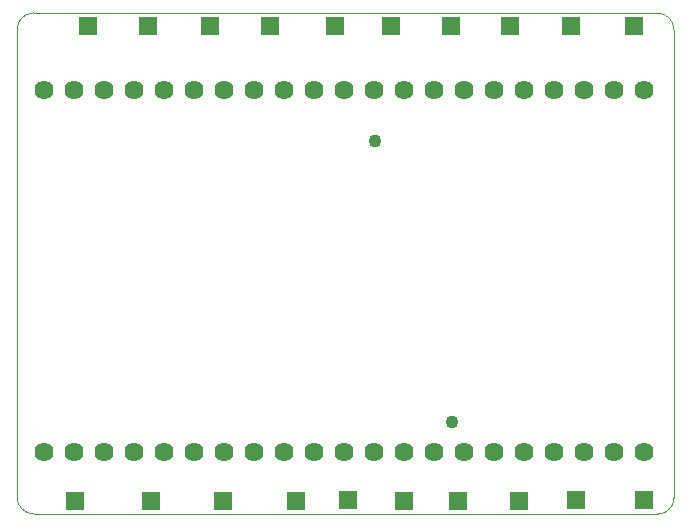
<source format=gts>
G04*
G04 #@! TF.GenerationSoftware,Altium Limited,Altium Designer,18.1.6 (161)*
G04*
G04 Layer_Color=8388736*
%FSAX44Y44*%
%MOMM*%
G71*
G01*
G75*
%ADD13C,0.1000*%
%ADD14R,1.6000X1.6000*%
%ADD15C,1.6240*%
%ADD16C,1.1000*%
D13*
X01263010Y00603953D02*
G03*
X01276046Y00616990I00000000J00013036D01*
G01*
X01276075Y01013958D02*
G03*
X01262040Y01027993I-00014035J00000000D01*
G01*
X00734000Y01028035D02*
G03*
X00719965Y01014000I00000000J-00014035D01*
G01*
Y00618000D02*
G03*
X00734000Y00603965I00014035J00000000D01*
G01*
X01276035Y00616990D02*
X01276035Y01013958D01*
X00734000Y01027999D02*
X01262040Y01027999D01*
X00734000Y00604001D02*
X01263010Y00604001D01*
X00720000Y00618000D02*
X00720000Y01014000D01*
D14*
X01000000Y00615550D02*
D03*
X01242000Y01017000D02*
D03*
X01250650Y00615550D02*
D03*
X00989000Y01017200D02*
D03*
X00934000D02*
D03*
X00883000Y01017000D02*
D03*
X00833000Y00614600D02*
D03*
X00831000Y01017200D02*
D03*
X00769000Y00614600D02*
D03*
X00780000Y01017200D02*
D03*
X00956000Y00614600D02*
D03*
X00894000Y00614850D02*
D03*
X01048000D02*
D03*
X01189000Y01017200D02*
D03*
X01137000D02*
D03*
X01093000Y00614850D02*
D03*
X01087000Y01017000D02*
D03*
X01145000Y00614850D02*
D03*
X01037000Y01017000D02*
D03*
X01193400Y00615350D02*
D03*
D15*
X00844250Y00656000D02*
D03*
X00818850D02*
D03*
X00742650D02*
D03*
X00793450D02*
D03*
X00768050D02*
D03*
X00920450D02*
D03*
X00945850D02*
D03*
X00895050D02*
D03*
X00869650D02*
D03*
X00971250D02*
D03*
X00996650D02*
D03*
X01047450D02*
D03*
X01022050D02*
D03*
X01225250D02*
D03*
X01250650D02*
D03*
X01199850D02*
D03*
X01174450D02*
D03*
X01072850D02*
D03*
X01098250D02*
D03*
X01149050D02*
D03*
X01123650D02*
D03*
X00844250Y00963150D02*
D03*
X00818850D02*
D03*
X00742650D02*
D03*
X00793450D02*
D03*
X00768050D02*
D03*
X00920450D02*
D03*
X00945850D02*
D03*
X00895050D02*
D03*
X00869650D02*
D03*
X00971250D02*
D03*
X00996650D02*
D03*
X01047450D02*
D03*
X01022050D02*
D03*
X01225250D02*
D03*
X01250650D02*
D03*
X01199850D02*
D03*
X01174450D02*
D03*
X01072850D02*
D03*
X01098250D02*
D03*
X01149050D02*
D03*
X01123650D02*
D03*
D16*
X01088000Y00682000D02*
D03*
X01023000Y00920000D02*
D03*
M02*

</source>
